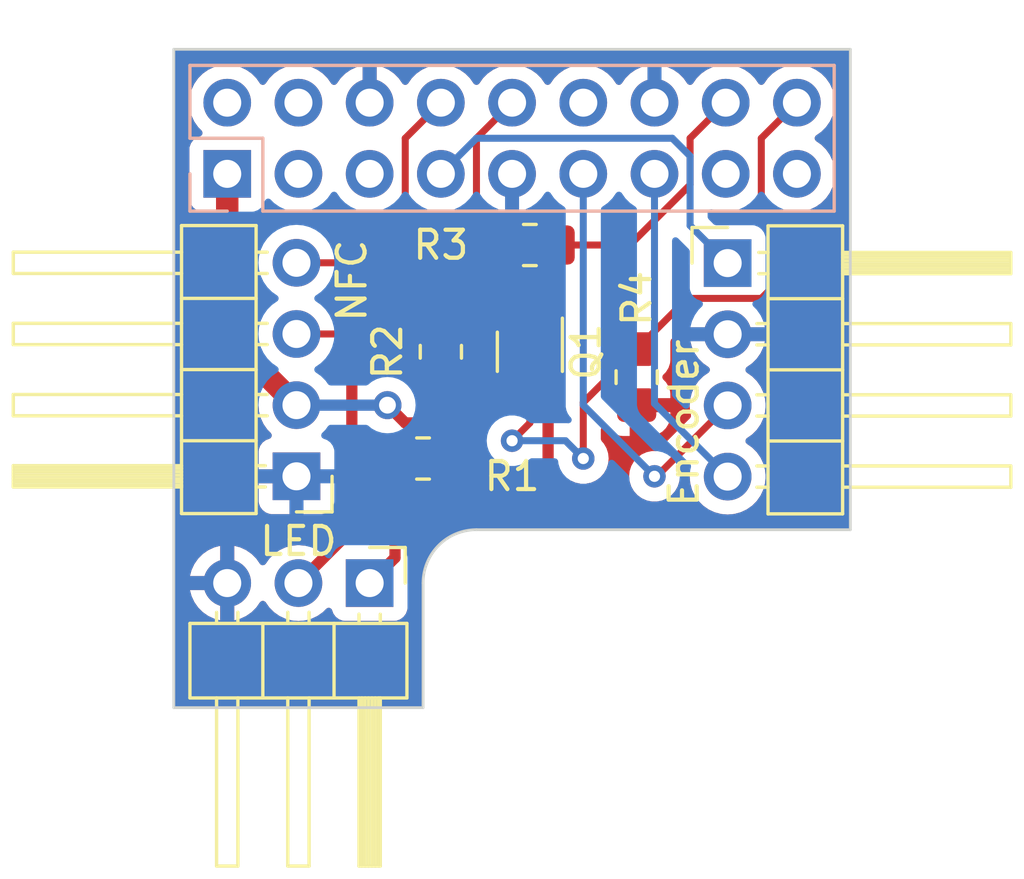
<source format=kicad_pcb>
(kicad_pcb (version 20240108) (generator "pcbnew") (generator_version "8.0")
  (layers (0 "F.Cu" signal) (31 "B.Cu" signal) (34 "B.Paste" user) (35 "F.Paste" user) (36 "B.SilkS" user "B.Silkscreen") (37 "F.SilkS" user "F.Silkscreen") (38 "B.Mask" user) (39 "F.Mask" user) (44 "Edge.Cuts" user))
  (net 0 "")
  (net 1 "+3.3V")
  (net 2 "+5V")
  (net 5 "GND")
  (net 6 "/GPIO4")
  (net 7 "/RPI_UART_TX")
  (net 8 "/RPI_UART_RX")
  (net 9 "/GPIO17")
  (net 11 "/GPIO27")
  (net 13 "/GPIO23")
  (net 14 "/GPIO24")
  (net 15 "Net-(J4-Pin_1)")
  (net 16 "Net-(J4-Pin_2)")
  (net 17 "Net-(Q1B-D)")
  (net 18 "Net-(Q1A-D)")
  (footprint "Resistor_SMD:R_0805_2012Metric_Pad1.20x1.40mm_HandSolder" (layer "F.Cu") (at 106.045 95.25 180)
    (property "Reference" "R1" (at -3.175 -0.635 0) (layer "F.SilkS"))
    (property "Value" "330")
    (fp_line (start -0.227064 0.735) (end 0.227064 0.735) (stroke (width 0.12)) (layer "F.SilkS"))
    (fp_line (start -0.227064 -0.735) (end 0.227064 -0.735) (stroke (width 0.12)) (layer "F.SilkS"))
    (pad "1" smd roundrect (at -1 0 180) (size 1.2 1.4) (layers "F.Cu" "F.Paste" "F.Mask") (roundrect_rratio 0.208333) (net 18 "Net-(Q1A-D)"))
    (pad "2" smd roundrect (at 1 0 180) (size 1.2 1.4) (layers "F.Cu" "F.Paste" "F.Mask") (roundrect_rratio 0.208333) (net 15 "Net-(J4-Pin_1)"))
  )
  (footprint "Connector_PinHeader_2.54mm:PinHeader_1x04_P2.54mm_Horizontal" (layer "F.Cu") (at 101.53 95.885 180)
    (property "Reference" "J2" (hide yes))
    (property "Value" "NFC" (at -1.975 6.985 90) (layer "F.SilkS"))
    (fp_line (start 10.1 8) (end 4.1 8) (stroke (width 0.12)) (layer "F.SilkS"))
    (fp_line (start 10.1 7.24) (end 10.1 8) (stroke (width 0.12)) (layer "F.SilkS"))
    (fp_line (start 10.1 5.46) (end 4.1 5.46) (stroke (width 0.12)) (layer "F.SilkS"))
    (fp_line (start 10.1 4.7) (end 10.1 5.46) (stroke (width 0.12)) (layer "F.SilkS"))
    (fp_line (start 10.1 2.92) (end 4.1 2.92) (stroke (width 0.12)) (layer "F.SilkS"))
    (fp_line (start 10.1 2.16) (end 10.1 2.92) (stroke (width 0.12)) (layer "F.SilkS"))
    (fp_line (start 10.1 0.38) (end 4.1 0.38) (stroke (width 0.12)) (layer "F.SilkS"))
    (fp_line (start 10.1 -0.38) (end 10.1 0.38) (stroke (width 0.12)) (layer "F.SilkS"))
    (fp_line (start 4.1 8.95) (end 4.1 -1.33) (stroke (width 0.12)) (layer "F.SilkS"))
    (fp_line (start 4.1 7.24) (end 10.1 7.24) (stroke (width 0.12)) (layer "F.SilkS"))
    (fp_line (start 4.1 4.7) (end 10.1 4.7) (stroke (width 0.12)) (layer "F.SilkS"))
    (fp_line (start 4.1 2.16) (end 10.1 2.16) (stroke (width 0.12)) (layer "F.SilkS"))
    (fp_line (start 4.1 0.28) (end 10.1 0.28) (stroke (width 0.12)) (layer "F.SilkS"))
    (fp_line (start 4.1 0.16) (end 10.1 0.16) (stroke (width 0.12)) (layer "F.SilkS"))
    (fp_line (start 4.1 0.04) (end 10.1 0.04) (stroke (width 0.12)) (layer "F.SilkS"))
    (fp_line (start 4.1 -0.08) (end 10.1 -0.08) (stroke (width 0.12)) (layer "F.SilkS"))
    (fp_line (start 4.1 -0.2) (end 10.1 -0.2) (stroke (width 0.12)) (layer "F.SilkS"))
    (fp_line (start 4.1 -0.32) (end 10.1 -0.32) (stroke (width 0.12)) (layer "F.SilkS"))
    (fp_line (start 4.1 -0.38) (end 10.1 -0.38) (stroke (width 0.12)) (layer "F.SilkS"))
    (fp_line (start 4.1 -1.33) (end 1.44 -1.33) (stroke (width 0.12)) (layer "F.SilkS"))
    (fp_line (start 1.44 8.95) (end 4.1 8.95) (stroke (width 0.12)) (layer "F.SilkS"))
    (fp_line (start 1.44 6.35) (end 4.1 6.35) (stroke (width 0.12)) (layer "F.SilkS"))
    (fp_line (start 1.44 3.81) (end 4.1 3.81) (stroke (width 0.12)) (layer "F.SilkS"))
    (fp_line (start 1.44 1.27) (end 4.1 1.27) (stroke (width 0.12)) (layer "F.SilkS"))
    (fp_line (start 1.44 -1.33) (end 1.44 8.95) (stroke (width 0.12)) (layer "F.SilkS"))
    (fp_line (start 1.11 0.38) (end 1.44 0.38) (stroke (width 0.12)) (layer "F.SilkS"))
    (fp_line (start 1.11 -0.38) (end 1.44 -0.38) (stroke (width 0.12)) (layer "F.SilkS"))
    (fp_line (start 1.042929 8) (end 1.44 8) (stroke (width 0.12)) (layer "F.SilkS"))
    (fp_line (start 1.042929 7.24) (end 1.44 7.24) (stroke (width 0.12)) (layer "F.SilkS"))
    (fp_line (start 1.042929 5.46) (end 1.44 5.46) (stroke (width 0.12)) (layer "F.SilkS"))
    (fp_line (start 1.042929 4.7) (end 1.44 4.7) (stroke (width 0.12)) (layer "F.SilkS"))
    (fp_line (start 1.042929 2.92) (end 1.44 2.92) (stroke (width 0.12)) (layer "F.SilkS"))
    (fp_line (start 1.042929 2.16) (end 1.44 2.16) (stroke (width 0.12)) (layer "F.SilkS"))
    (fp_line (start -1.27 0) (end -1.27 -1.27) (stroke (width 0.12)) (layer "F.SilkS"))
    (fp_line (start -1.27 -1.27) (end 0 -1.27) (stroke (width 0.12)) (layer "F.SilkS"))
    (pad "1" thru_hole rect (at 0 0 180) (size 1.7 1.7) (drill 1) (layers "*.Cu" "*.Mask") (net 5 "GND"))
    (pad "2" thru_hole oval (at 0 2.54 180) (size 1.7 1.7) (drill 1) (layers "*.Cu" "*.Mask") (net 1 "+3.3V"))
    (pad "3" thru_hole oval (at 0 5.08 180) (size 1.7 1.7) (drill 1) (layers "*.Cu" "*.Mask") (net 8 "/RPI_UART_RX"))
    (pad "4" thru_hole oval (at 0 7.62 180) (size 1.7 1.7) (drill 1) (layers "*.Cu" "*.Mask") (net 7 "/RPI_UART_TX"))
  )
  (footprint "Connector_PinHeader_2.54mm:PinHeader_1x03_P2.54mm_Horizontal" (layer "F.Cu") (at 104.14 99.695 -90)
    (property "Reference" "J4" (hide yes))
    (property "Value" "LED" (at -1.495 2.54 180) (layer "F.SilkS"))
    (fp_line (start 1.44 6.41) (end 4.1 6.41) (stroke (width 0.12)) (layer "F.SilkS"))
    (fp_line (start 4.1 6.41) (end 4.1 -1.33) (stroke (width 0.12)) (layer "F.SilkS"))
    (fp_line (start 1.042929 5.46) (end 1.44 5.46) (stroke (width 0.12)) (layer "F.SilkS"))
    (fp_line (start 10.1 5.46) (end 4.1 5.46) (stroke (width 0.12)) (layer "F.SilkS"))
    (fp_line (start 1.042929 4.7) (end 1.44 4.7) (stroke (width 0.12)) (layer "F.SilkS"))
    (fp_line (start 4.1 4.7) (end 10.1 4.7) (stroke (width 0.12)) (layer "F.SilkS"))
    (fp_line (start 10.1 4.7) (end 10.1 5.46) (stroke (width 0.12)) (layer "F.SilkS"))
    (fp_line (start 1.44 3.81) (end 4.1 3.81) (stroke (width 0.12)) (layer "F.SilkS"))
    (fp_line (start 1.042929 2.92) (end 1.44 2.92) (stroke (width 0.12)) (layer "F.SilkS"))
    (fp_line (start 10.1 2.92) (end 4.1 2.92) (stroke (width 0.12)) (layer "F.SilkS"))
    (fp_line (start 1.042929 2.16) (end 1.44 2.16) (stroke (width 0.12)) (layer "F.SilkS"))
    (fp_line (start 4.1 2.16) (end 10.1 2.16) (stroke (width 0.12)) (layer "F.SilkS"))
    (fp_line (start 10.1 2.16) (end 10.1 2.92) (stroke (width 0.12)) (layer "F.SilkS"))
    (fp_line (start 1.44 1.27) (end 4.1 1.27) (stroke (width 0.12)) (layer "F.SilkS"))
    (fp_line (start 1.11 0.38) (end 1.44 0.38) (stroke (width 0.12)) (layer "F.SilkS"))
    (fp_line (start 10.1 0.38) (end 4.1 0.38) (stroke (width 0.12)) (layer "F.SilkS"))
    (fp_line (start 4.1 0.28) (end 10.1 0.28) (stroke (width 0.12)) (layer "F.SilkS"))
    (fp_line (start 4.1 0.16) (end 10.1 0.16) (stroke (width 0.12)) (layer "F.SilkS"))
    (fp_line (start 4.1 0.04) (end 10.1 0.04) (stroke (width 0.12)) (layer "F.SilkS"))
    (fp_line (start -1.27 0) (end -1.27 -1.27) (stroke (width 0.12)) (layer "F.SilkS"))
    (fp_line (start 4.1 -0.08) (end 10.1 -0.08) (stroke (width 0.12)) (layer "F.SilkS"))
    (fp_line (start 4.1 -0.2) (end 10.1 -0.2) (stroke (width 0.12)) (layer "F.SilkS"))
    (fp_line (start 4.1 -0.32) (end 10.1 -0.32) (stroke (width 0.12)) (layer "F.SilkS"))
    (fp_line (start 1.11 -0.38) (end 1.44 -0.38) (stroke (width 0.12)) (layer "F.SilkS"))
    (fp_line (start 4.1 -0.38) (end 10.1 -0.38) (stroke (width 0.12)) (layer "F.SilkS"))
    (fp_line (start 10.1 -0.38) (end 10.1 0.38) (stroke (width 0.12)) (layer "F.SilkS"))
    (fp_line (start -1.27 -1.27) (end 0 -1.27) (stroke (width 0.12)) (layer "F.SilkS"))
    (fp_line (start 1.44 -1.33) (end 1.44 6.41) (stroke (width 0.12)) (layer "F.SilkS"))
    (fp_line (start 4.1 -1.33) (end 1.44 -1.33) (stroke (width 0.12)) (layer "F.SilkS"))
    (pad "1" thru_hole rect (at 0 0 270) (size 1.7 1.7) (drill 1) (layers "*.Cu" "*.Mask") (net 15 "Net-(J4-Pin_1)"))
    (pad "2" thru_hole oval (at 0 2.54 270) (size 1.7 1.7) (drill 1) (layers "*.Cu" "*.Mask") (net 16 "Net-(J4-Pin_2)"))
    (pad "3" thru_hole oval (at 0 5.08 270) (size 1.7 1.7) (drill 1) (layers "*.Cu" "*.Mask") (net 5 "GND"))
  )
  (footprint "Resistor_SMD:R_0805_2012Metric_Pad1.20x1.40mm_HandSolder" (layer "F.Cu") (at 113.665 92.345 -90)
    (property "Reference" "R4" (at -2.81 0 90) (layer "F.SilkS"))
    (property "Value" "10k")
    (fp_line (start -0.227064 0.735) (end 0.227064 0.735) (stroke (width 0.12)) (layer "F.SilkS"))
    (fp_line (start -0.227064 -0.735) (end 0.227064 -0.735) (stroke (width 0.12)) (layer "F.SilkS"))
    (pad "1" smd roundrect (at -1 0 270) (size 1.2 1.4) (layers "F.Cu" "F.Paste" "F.Mask") (roundrect_rratio 0.208333) (net 14 "/GPIO24"))
    (pad "2" smd roundrect (at 1 0 270) (size 1.2 1.4) (layers "F.Cu" "F.Paste" "F.Mask") (roundrect_rratio 0.208333) (net 5 "GND"))
  )
  (footprint "Resistor_SMD:R_0805_2012Metric_Pad1.20x1.40mm_HandSolder" (layer "F.Cu") (at 106.68 91.44 -90)
    (property "Reference" "R2" (at 0 1.905 90) (layer "F.SilkS"))
    (property "Value" "330")
    (fp_line (start -0.227064 0.735) (end 0.227064 0.735) (stroke (width 0.12)) (layer "F.SilkS"))
    (fp_line (start -0.227064 -0.735) (end 0.227064 -0.735) (stroke (width 0.12)) (layer "F.SilkS"))
    (pad "1" smd roundrect (at -1 0 270) (size 1.2 1.4) (layers "F.Cu" "F.Paste" "F.Mask") (roundrect_rratio 0.208333) (net 17 "Net-(Q1B-D)"))
    (pad "2" smd roundrect (at 1 0 270) (size 1.2 1.4) (layers "F.Cu" "F.Paste" "F.Mask") (roundrect_rratio 0.208333) (net 16 "Net-(J4-Pin_2)"))
  )
  (footprint "Resistor_SMD:R_0805_2012Metric_Pad1.20x1.40mm_HandSolder" (layer "F.Cu") (at 109.855 87.63 180)
    (property "Reference" "R3" (at 3.175 0 0) (layer "F.SilkS"))
    (property "Value" "10k")
    (fp_line (start -0.227064 0.735) (end 0.227064 0.735) (stroke (width 0.12)) (layer "F.SilkS"))
    (fp_line (start -0.227064 -0.735) (end 0.227064 -0.735) (stroke (width 0.12)) (layer "F.SilkS"))
    (pad "1" smd roundrect (at -1 0 180) (size 1.2 1.4) (layers "F.Cu" "F.Paste" "F.Mask") (roundrect_rratio 0.208333) (net 13 "/GPIO23"))
    (pad "2" smd roundrect (at 1 0 180) (size 1.2 1.4) (layers "F.Cu" "F.Paste" "F.Mask") (roundrect_rratio 0.208333) (net 5 "GND"))
  )
  (footprint "Connector_PinHeader_2.54mm:PinHeader_1x04_P2.54mm_Horizontal" (layer "F.Cu") (at 116.91 88.275)
    (property "Reference" "J3" (hide yes))
    (property "Value" "Encoder" (at -1.56 5.705 90) (layer "F.SilkS"))
    (fp_line (start -1.27 -1.27) (end 0 -1.27) (stroke (width 0.12)) (layer "F.SilkS"))
    (fp_line (start -1.27 0) (end -1.27 -1.27) (stroke (width 0.12)) (layer "F.SilkS"))
    (fp_line (start 1.042929 2.16) (end 1.44 2.16) (stroke (width 0.12)) (layer "F.SilkS"))
    (fp_line (start 1.042929 2.92) (end 1.44 2.92) (stroke (width 0.12)) (layer "F.SilkS"))
    (fp_line (start 1.042929 4.7) (end 1.44 4.7) (stroke (width 0.12)) (layer "F.SilkS"))
    (fp_line (start 1.042929 5.46) (end 1.44 5.46) (stroke (width 0.12)) (layer "F.SilkS"))
    (fp_line (start 1.042929 7.24) (end 1.44 7.24) (stroke (width 0.12)) (layer "F.SilkS"))
    (fp_line (start 1.042929 8) (end 1.44 8) (stroke (width 0.12)) (layer "F.SilkS"))
    (fp_line (start 1.11 -0.38) (end 1.44 -0.38) (stroke (width 0.12)) (layer "F.SilkS"))
    (fp_line (start 1.11 0.38) (end 1.44 0.38) (stroke (width 0.12)) (layer "F.SilkS"))
    (fp_line (start 1.44 -1.33) (end 1.44 8.95) (stroke (width 0.12)) (layer "F.SilkS"))
    (fp_line (start 1.44 1.27) (end 4.1 1.27) (stroke (width 0.12)) (layer "F.SilkS"))
    (fp_line (start 1.44 3.81) (end 4.1 3.81) (stroke (width 0.12)) (layer "F.SilkS"))
    (fp_line (start 1.44 6.35) (end 4.1 6.35) (stroke (width 0.12)) (layer "F.SilkS"))
    (fp_line (start 1.44 8.95) (end 4.1 8.95) (stroke (width 0.12)) (layer "F.SilkS"))
    (fp_line (start 4.1 -1.33) (end 1.44 -1.33) (stroke (width 0.12)) (layer "F.SilkS"))
    (fp_line (start 4.1 -0.38) (end 10.1 -0.38) (stroke (width 0.12)) (layer "F.SilkS"))
    (fp_line (start 4.1 -0.32) (end 10.1 -0.32) (stroke (width 0.12)) (layer "F.SilkS"))
    (fp_line (start 4.1 -0.2) (end 10.1 -0.2) (stroke (width 0.12)) (layer "F.SilkS"))
    (fp_line (start 4.1 -0.08) (end 10.1 -0.08) (stroke (width 0.12)) (layer "F.SilkS"))
    (fp_line (start 4.1 0.04) (end 10.1 0.04) (stroke (width 0.12)) (layer "F.SilkS"))
    (fp_line (start 4.1 0.16) (end 10.1 0.16) (stroke (width 0.12)) (layer "F.SilkS"))
    (fp_line (start 4.1 0.28) (end 10.1 0.28) (stroke (width 0.12)) (layer "F.SilkS"))
    (fp_line (start 4.1 2.16) (end 10.1 2.16) (stroke (width 0.12)) (layer "F.SilkS"))
    (fp_line (start 4.1 4.7) (end 10.1 4.7) (stroke (width 0.12)) (layer "F.SilkS"))
    (fp_line (start 4.1 7.24) (end 10.1 7.24) (stroke (width 0.12)) (layer "F.SilkS"))
    (fp_line (start 4.1 8.95) (end 4.1 -1.33) (stroke (width 0.12)) (layer "F.SilkS"))
    (fp_line (start 10.1 -0.38) (end 10.1 0.38) (stroke (width 0.12)) (layer "F.SilkS"))
    (fp_line (start 10.1 0.38) (end 4.1 0.38) (stroke (width 0.12)) (layer "F.SilkS"))
    (fp_line (start 10.1 2.16) (end 10.1 2.92) (stroke (width 0.12)) (layer "F.SilkS"))
    (fp_line (start 10.1 2.92) (end 4.1 2.92) (stroke (width 0.12)) (layer "F.SilkS"))
    (fp_line (start 10.1 4.7) (end 10.1 5.46) (stroke (width 0.12)) (layer "F.SilkS"))
    (fp_line (start 10.1 5.46) (end 4.1 5.46) (stroke (width 0.12)) (layer "F.SilkS"))
    (fp_line (start 10.1 7.24) (end 10.1 8) (stroke (width 0.12)) (layer "F.SilkS"))
    (fp_line (start 10.1 8) (end 4.1 8) (stroke (width 0.12)) (layer "F.SilkS"))
    (pad "1" thru_hole rect (at 0 0) (size 1.7 1.7) (drill 1) (layers "*.Cu" "*.Mask") (net 6 "/GPIO4"))
    (pad "2" thru_hole oval (at 0 2.54) (size 1.7 1.7) (drill 1) (layers "*.Cu" "*.Mask") (net 5 "GND"))
    (pad "3" thru_hole oval (at 0 5.08) (size 1.7 1.7) (drill 1) (layers "*.Cu" "*.Mask") (net 9 "/GPIO17"))
    (pad "4" thru_hole oval (at 0 7.62) (size 1.7 1.7) (drill 1) (layers "*.Cu" "*.Mask") (net 11 "/GPIO27"))
  )
  (footprint "Package_TO_SOT_SMD:SOT-363_SC-70-6_Handsoldering" (layer "F.Cu") (at 109.855 91.44 -90)
    (property "Reference" "Q1" (at 0 -2 90) (layer "F.SilkS"))
    (property "Value" "BSS84DW")
    (fp_line (start -0.7 1.16) (end 0.7 1.16) (stroke (width 0.12)) (layer "F.SilkS"))
    (fp_line (start 0.7 -1.16) (end -1.2 -1.16) (stroke (width 0.12)) (layer "F.SilkS"))
    (pad "1" smd rect (at -1.33 -0.65 270) (size 1.5 0.4) (layers "F.Cu" "F.Paste" "F.Mask") (net 1 "+3.3V"))
    (pad "2" smd rect (at -1.33 0 270) (size 1.5 0.4) (layers "F.Cu" "F.Paste" "F.Mask") (net 13 "/GPIO23"))
    (pad "3" smd rect (at -1.33 0.65 270) (size 1.5 0.4) (layers "F.Cu" "F.Paste" "F.Mask") (net 17 "Net-(Q1B-D)"))
    (pad "4" smd rect (at 1.33 0.65 270) (size 1.5 0.4) (layers "F.Cu" "F.Paste" "F.Mask") (net 1 "+3.3V"))
    (pad "5" smd rect (at 1.33 0 270) (size 1.5 0.4) (layers "F.Cu" "F.Paste" "F.Mask") (net 14 "/GPIO24"))
    (pad "6" smd rect (at 1.33 -0.65 270) (size 1.5 0.4) (layers "F.Cu" "F.Paste" "F.Mask") (net 18 "Net-(Q1A-D)"))
  )
  (footprint "Connector_PinSocket_2.54mm:PinSocket_2x09_P2.54mm_Vertical" (layer "B.Cu") (at 99.06 85.09 -90)
    (property "Reference" "J1" (hide yes))
    (property "Value" "Raspberry Pi")
    (fp_line (start -3.87 1.33) (end -1.27 1.33) (stroke (width 0.12)) (layer "B.SilkS"))
    (fp_line (start -3.87 1.33) (end -3.87 -21.65) (stroke (width 0.12)) (layer "B.SilkS"))
    (fp_line (start -1.27 1.33) (end -1.27 -1.27) (stroke (width 0.12)) (layer "B.SilkS"))
    (fp_line (start 0 1.33) (end 1.33 1.33) (stroke (width 0.12)) (layer "B.SilkS"))
    (fp_line (start 1.33 1.33) (end 1.33 0) (stroke (width 0.12)) (layer "B.SilkS"))
    (fp_line (start -1.27 -1.27) (end 1.33 -1.27) (stroke (width 0.12)) (layer "B.SilkS"))
    (fp_line (start 1.33 -1.27) (end 1.33 -21.65) (stroke (width 0.12)) (layer "B.SilkS"))
    (fp_line (start -3.87 -21.65) (end 1.33 -21.65) (stroke (width 0.12)) (layer "B.SilkS"))
    (pad "1" thru_hole rect (at 0 0 270) (size 1.7 1.7) (drill 1) (layers "*.Cu" "*.Mask") (net 1 "+3.3V"))
    (pad "2" thru_hole oval (at -2.54 0 270) (size 1.7 1.7) (drill 1) (layers "*.Cu" "*.Mask") (net 2 "+5V"))
    (pad "3" thru_hole oval (at 0 -2.54 270) (size 1.7 1.7) (drill 1) (layers "*.Cu" "*.Mask"))
    (pad "4" thru_hole oval (at -2.54 -2.54 270) (size 1.7 1.7) (drill 1) (layers "*.Cu" "*.Mask") (net 2 "+5V"))
    (pad "5" thru_hole oval (at 0 -5.08 270) (size 1.7 1.7) (drill 1) (layers "*.Cu" "*.Mask"))
    (pad "6" thru_hole oval (at -2.54 -5.08 270) (size 1.7 1.7) (drill 1) (layers "*.Cu" "*.Mask") (net 5 "GND"))
    (pad "7" thru_hole oval (at 0 -7.62 270) (size 1.7 1.7) (drill 1) (layers "*.Cu" "*.Mask") (net 6 "/GPIO4"))
    (pad "8" thru_hole oval (at -2.54 -7.62 270) (size 1.7 1.7) (drill 1) (layers "*.Cu" "*.Mask") (net 7 "/RPI_UART_TX"))
    (pad "9" thru_hole oval (at 0 -10.16 270) (size 1.7 1.7) (drill 1) (layers "*.Cu" "*.Mask") (net 5 "GND"))
    (pad "10" thru_hole oval (at -2.54 -10.16 270) (size 1.7 1.7) (drill 1) (layers "*.Cu" "*.Mask") (net 8 "/RPI_UART_RX"))
    (pad "11" thru_hole oval (at 0 -12.7 270) (size 1.7 1.7) (drill 1) (layers "*.Cu" "*.Mask") (net 9 "/GPIO17"))
    (pad "12" thru_hole oval (at -2.54 -12.7 270) (size 1.7 1.7) (drill 1) (layers "*.Cu" "*.Mask"))
    (pad "13" thru_hole oval (at 0 -15.24 270) (size 1.7 1.7) (drill 1) (layers "*.Cu" "*.Mask") (net 11 "/GPIO27"))
    (pad "14" thru_hole oval (at -2.54 -15.24 270) (size 1.7 1.7) (drill 1) (layers "*.Cu" "*.Mask") (net 5 "GND"))
    (pad "15" thru_hole oval (at 0 -17.78 270) (size 1.7 1.7) (drill 1) (layers "*.Cu" "*.Mask"))
    (pad "16" thru_hole oval (at -2.54 -17.78 270) (size 1.7 1.7) (drill 1) (layers "*.Cu" "*.Mask") (net 13 "/GPIO23"))
    (pad "17" thru_hole oval (at 0 -20.32 270) (size 1.7 1.7) (drill 1) (layers "*.Cu" "*.Mask") (net 1 "+3.3V"))
    (pad "18" thru_hole oval (at -2.54 -20.32 270) (size 1.7 1.7) (drill 1) (layers "*.Cu" "*.Mask") (net 14 "/GPIO24"))
  )
  (gr_line (start 121.285 80.645) (end 121.285 97.79) (stroke (width 0.1)) (layer "Edge.Cuts"))
  (gr_line (start 106.045 99.695) (end 106.045 104.14) (stroke (width 0.1)) (layer "Edge.Cuts"))
  (gr_line (start 121.285 97.79) (end 107.95 97.79) (stroke (width 0.1)) (layer "Edge.Cuts"))
  (gr_line (start 97.155 104.14) (end 97.155 80.645) (stroke (width 0.1)) (layer "Edge.Cuts"))
  (gr_arc (start 106.045 99.695) (mid 106.602962 98.347962) (end 107.95 97.79) (stroke (width 0.1)) (layer "Edge.Cuts"))
  (gr_line (start 97.155 80.645) (end 121.285 80.645) (stroke (width 0.1)) (layer "Edge.Cuts"))
  (gr_line (start 106.045 104.14) (end 97.155 104.14) (stroke (width 0.1)) (layer "Edge.Cuts"))
  (segment (start 110.505 90.11) (end 110.505 91.11) (width 0.4) (layer "F.Cu") (net 1))
  (segment (start 104.775 93.345) (end 105.41 93.98) (width 0.4) (layer "F.Cu") (net 1))
  (segment (start 109.205 91.77) (end 109.205 92.77) (width 0.4) (layer "F.Cu") (net 1))
  (segment (start 99.06 90.875) (end 101.53 93.345) (width 0.8) (layer "F.Cu") (net 1))
  (segment (start 109.535 91.44) (end 109.205 91.77) (width 0.4) (layer "F.Cu") (net 1))
  (segment (start 110.175 91.44) (end 109.535 91.44) (width 0.4) (layer "F.Cu") (net 1))
  (segment (start 99.06 85.09) (end 99.06 90.875) (width 0.8) (layer "F.Cu") (net 1))
  (segment (start 108.525 92.77) (end 109.205 92.77) (width 0.4) (layer "F.Cu") (net 1))
  (segment (start 105.41 93.98) (end 107.315 93.98) (width 0.4) (layer "F.Cu") (net 1))
  (segment (start 107.315 93.98) (end 108.525 92.77) (width 0.4) (layer "F.Cu") (net 1))
  (segment (start 110.505 91.11) (end 110.175 91.44) (width 0.4) (layer "F.Cu") (net 1))
  (via (at 104.775 93.345) (size 1) (drill 0.6) (layers "F.Cu" "B.Cu") (net 1))
  (segment (start 101.53 93.345) (end 104.775 93.345) (width 0.4) (layer "B.Cu") (net 1))
  (segment (start 109.22 87.265) (end 108.855 87.63) (width 0.25) (layer "F.Cu") (net 5))
  (segment (start 109.22 85.09) (end 109.22 87.265) (width 0.25) (layer "F.Cu") (net 5))
  (segment (start 115.57 84.455) (end 115.57 86.935) (width 0.25) (layer "B.Cu") (net 6))
  (segment (start 106.68 85.09) (end 107.95 83.82) (width 0.25) (layer "B.Cu") (net 6))
  (segment (start 107.95 83.82) (end 114.935 83.82) (width 0.25) (layer "B.Cu") (net 6))
  (segment (start 115.57 86.935) (end 116.91 88.275) (width 0.25) (layer "B.Cu") (net 6))
  (segment (start 114.935 83.82) (end 115.57 84.455) (width 0.25) (layer "B.Cu") (net 6))
  (segment (start 106.68 82.55) (end 105.41 83.82) (width 0.25) (layer "F.Cu") (net 7))
  (segment (start 105.41 83.82) (end 105.41 86.36) (width 0.25) (layer "F.Cu") (net 7))
  (segment (start 103.505 88.265) (end 101.53 88.265) (width 0.25) (layer "F.Cu") (net 7))
  (segment (start 105.41 86.36) (end 103.505 88.265) (width 0.25) (layer "F.Cu") (net 7))
  (segment (start 107.95 86.36) (end 103.505 90.805) (width 0.25) (layer "F.Cu") (net 8))
  (segment (start 109.22 82.55) (end 107.95 83.82) (width 0.25) (layer "F.Cu") (net 8))
  (segment (start 107.95 83.82) (end 107.95 86.36) (width 0.25) (layer "F.Cu") (net 8))
  (segment (start 103.505 90.805) (end 101.53 90.805) (width 0.25) (layer "F.Cu") (net 8))
  (segment (start 114.38 95.885) (end 116.91 93.355) (width 0.25) (layer "F.Cu") (net 9))
  (segment (start 114.3 95.885) (end 114.38 95.885) (width 0.25) (layer "F.Cu") (net 9))
  (via (at 114.3 95.885) (size 0.8) (drill 0.4) (layers "F.Cu" "B.Cu") (net 9))
  (segment (start 111.76 93.345) (end 114.3 95.885) (width 0.25) (layer "B.Cu") (net 9))
  (segment (start 111.76 85.09) (end 111.76 93.345) (width 0.25) (layer "B.Cu") (net 9))
  (segment (start 114.3 85.09) (end 114.3 93.285) (width 0.25) (layer "B.Cu") (net 11))
  (segment (start 114.3 93.285) (end 116.91 95.895) (width 0.25) (layer "B.Cu") (net 11))
  (segment (start 109.855 90.11) (end 109.855 88.63) (width 0.25) (layer "F.Cu") (net 13))
  (segment (start 113.421701 87.63) (end 115.57 85.481701) (width 0.25) (layer "F.Cu") (net 13))
  (segment (start 110.855 87.63) (end 113.421701 87.63) (width 0.25) (layer "F.Cu") (net 13))
  (segment (start 115.57 85.481701) (end 115.57 83.82) (width 0.25) (layer "F.Cu") (net 13))
  (segment (start 115.57 83.82) (end 116.84 82.55) (width 0.25) (layer "F.Cu") (net 13))
  (segment (start 109.855 88.63) (end 110.855 87.63) (width 0.25) (layer "F.Cu") (net 13))
  (segment (start 118.11 83.82) (end 119.38 82.55) (width 0.25) (layer "F.Cu") (net 14))
  (segment (start 118.745 88.9) (end 118.745 86.995) (width 0.25) (layer "F.Cu") (net 14))
  (segment (start 115.475 89.535) (end 118.11 89.535) (width 0.25) (layer "F.Cu") (net 14))
  (segment (start 118.11 89.535) (end 118.745 88.9) (width 0.25) (layer "F.Cu") (net 14))
  (segment (start 118.745 86.995) (end 118.11 86.36) (width 0.25) (layer "F.Cu") (net 14))
  (segment (start 109.855 92.77) (end 109.855 93.98) (width 0.25) (layer "F.Cu") (net 14))
  (segment (start 109.855 93.98) (end 109.22 94.615) (width 0.25) (layer "F.Cu") (net 14))
  (segment (start 111.76 95.25) (end 111.76 93.25) (width 0.25) (layer "F.Cu") (net 14))
  (segment (start 113.665 91.345) (end 115.475 89.535) (width 0.25) (layer "F.Cu") (net 14))
  (segment (start 118.11 86.36) (end 118.11 83.82) (width 0.25) (layer "F.Cu") (net 14))
  (segment (start 111.76 93.25) (end 113.665 91.345) (width 0.25) (layer "F.Cu") (net 14))
  (via (at 109.22 94.615) (size 0.8) (drill 0.4) (layers "F.Cu" "B.Cu") (net 14))
  (via (at 111.76 95.25) (size 0.8) (drill 0.4) (layers "F.Cu" "B.Cu") (net 14))
  (segment (start 111.125 94.615) (end 111.76 95.25) (width 0.25) (layer "B.Cu") (net 14))
  (segment (start 109.22 94.615) (end 111.125 94.615) (width 0.25) (layer "B.Cu") (net 14))
  (segment (start 105.045 95.25) (end 105.045 98.79) (width 0.4) (layer "F.Cu") (net 15))
  (segment (start 105.045 98.79) (end 104.14 99.695) (width 0.4) (layer "F.Cu") (net 15))
  (segment (start 104.14 99.06) (end 104.14 99.695) (width 0.25) (layer "F.Cu") (net 15))
  (segment (start 106.24 92) (end 106.68 92.44) (width 0.4) (layer "F.Cu") (net 16))
  (segment (start 103.505 97.79) (end 103.505 92.495) (width 0.4) (layer "F.Cu") (net 16))
  (segment (start 104 92) (end 106.24 92) (width 0.4) (layer "F.Cu") (net 16))
  (segment (start 103.505 92.495) (end 104 92) (width 0.4) (layer "F.Cu") (net 16))
  (segment (start 101.6 99.695) (end 103.505 97.79) (width 0.4) (layer "F.Cu") (net 16))
  (segment (start 101.6 99.425) (end 101.6 99.695) (width 0.25) (layer "F.Cu") (net 16))
  (segment (start 107.01 90.11) (end 109.205 90.11) (width 0.4) (layer "F.Cu") (net 17))
  (segment (start 106.68 90.44) (end 107.01 90.11) (width 0.4) (layer "F.Cu") (net 17))
  (segment (start 108.315 96.52) (end 107.045 95.25) (width 0.4) (layer "F.Cu") (net 18))
  (segment (start 110.505 92.77) (end 110.505 95.87) (width 0.4) (layer "F.Cu") (net 18))
  (segment (start 110.505 95.87) (end 109.855 96.52) (width 0.4) (layer "F.Cu") (net 18))
  (segment (start 109.855 96.52) (end 108.315 96.52) (width 0.4) (layer "F.Cu") (net 18))
  (zone (net 5) (net_name "GND") (layers "F&B.Cu") (connect_pads (clearance 0.5)) (min_thickness 0.25) (fill yes (thermal_gap 0.5) (thermal_bridge_width 0.5))
    (polygon (pts (xy 96.52 80.01) (xy 121.92 80.01) (xy 121.92 98.425) (xy 107.95 98.425) (xy 106.68 99.695) (xy 106.68 104.775) (xy 96.52 104.775)))
  )
)
</source>
